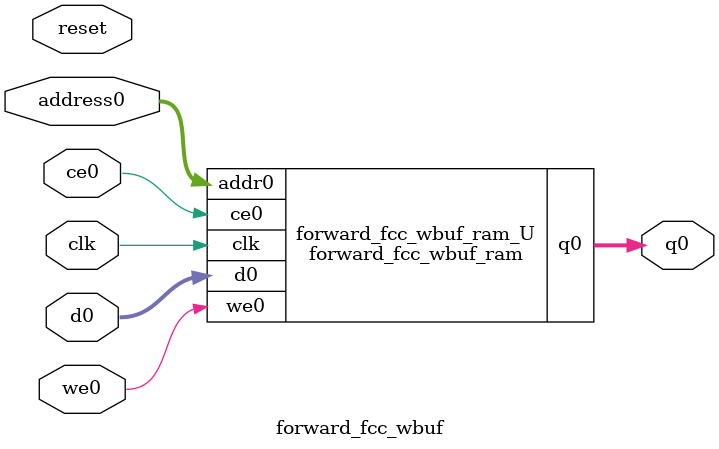
<source format=v>
`timescale 1 ns / 1 ps
module forward_fcc_wbuf_ram (addr0, ce0, d0, we0, q0,  clk);

parameter DWIDTH = 32;
parameter AWIDTH = 14;
parameter MEM_SIZE = 10000;

input[AWIDTH-1:0] addr0;
input ce0;
input[DWIDTH-1:0] d0;
input we0;
output reg[DWIDTH-1:0] q0;
input clk;

reg [DWIDTH-1:0] ram[0:MEM_SIZE-1];




always @(posedge clk)  
begin 
    if (ce0) begin
        if (we0) 
            ram[addr0] <= d0; 
        q0 <= ram[addr0];
    end
end


endmodule

`timescale 1 ns / 1 ps
module forward_fcc_wbuf(
    reset,
    clk,
    address0,
    ce0,
    we0,
    d0,
    q0);

parameter DataWidth = 32'd32;
parameter AddressRange = 32'd10000;
parameter AddressWidth = 32'd14;
input reset;
input clk;
input[AddressWidth - 1:0] address0;
input ce0;
input we0;
input[DataWidth - 1:0] d0;
output[DataWidth - 1:0] q0;



forward_fcc_wbuf_ram forward_fcc_wbuf_ram_U(
    .clk( clk ),
    .addr0( address0 ),
    .ce0( ce0 ),
    .we0( we0 ),
    .d0( d0 ),
    .q0( q0 ));

endmodule


</source>
